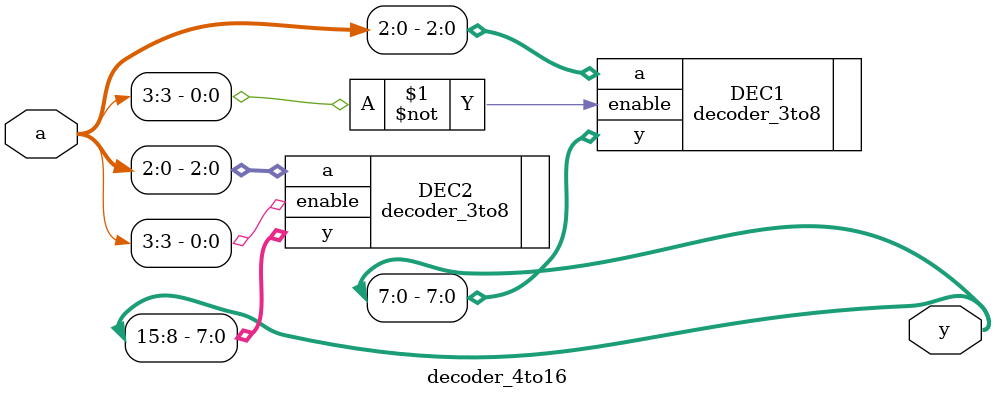
<source format=v>
module decoder_4to16(
    input [3:0] a,
    output [15:0] y
);
    // wire enable_not;
    // assign enable_not = ~a[3];

    decoder_3to8 DEC1(
        .a(a[2:0]), 
        .enable(~a[3]),
        .y(y[7:0])
    );

    decoder_3to8 DEC2(
        .a(a[2:0]), 
        .enable(a[3]), 
        .y(y[15:8])
    );
endmodule
</source>
